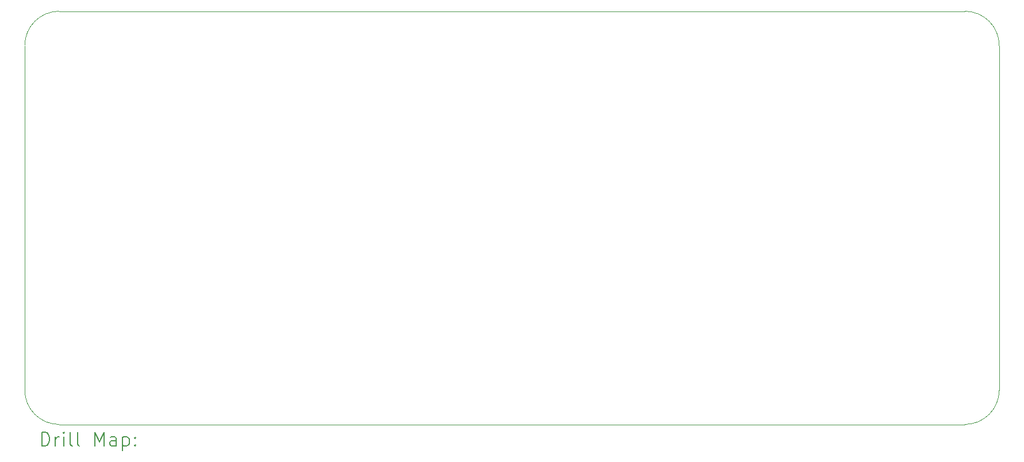
<source format=gbr>
%FSLAX45Y45*%
G04 Gerber Fmt 4.5, Leading zero omitted, Abs format (unit mm)*
G04 Created by KiCad (PCBNEW 6.0.5+dfsg-1~bpo11+1) date 2022-07-16 13:24:40*
%MOMM*%
%LPD*%
G01*
G04 APERTURE LIST*
%TA.AperFunction,Profile*%
%ADD10C,0.100000*%
%TD*%
%ADD11C,0.200000*%
G04 APERTURE END LIST*
D10*
X22326600Y-7645400D02*
G75*
G03*
X21818600Y-7137400I-508000J0D01*
G01*
X8483600Y-7137400D02*
G75*
G03*
X7975600Y-7645400I0J-508000D01*
G01*
X7975600Y-7645400D02*
X7975600Y-12725400D01*
X22326600Y-12725400D02*
X22326600Y-7645400D01*
X21818600Y-13233400D02*
G75*
G03*
X22326600Y-12725400I0J508000D01*
G01*
X7975600Y-12725400D02*
G75*
G03*
X8483600Y-13233400I508000J0D01*
G01*
X8483600Y-13233400D02*
X21818600Y-13233400D01*
X21818600Y-7137400D02*
X8483600Y-7137400D01*
D11*
X8228219Y-13548876D02*
X8228219Y-13348876D01*
X8275838Y-13348876D01*
X8304409Y-13358400D01*
X8323457Y-13377448D01*
X8332981Y-13396495D01*
X8342505Y-13434590D01*
X8342505Y-13463162D01*
X8332981Y-13501257D01*
X8323457Y-13520305D01*
X8304409Y-13539352D01*
X8275838Y-13548876D01*
X8228219Y-13548876D01*
X8428219Y-13548876D02*
X8428219Y-13415543D01*
X8428219Y-13453638D02*
X8437743Y-13434590D01*
X8447267Y-13425067D01*
X8466314Y-13415543D01*
X8485362Y-13415543D01*
X8552029Y-13548876D02*
X8552029Y-13415543D01*
X8552029Y-13348876D02*
X8542505Y-13358400D01*
X8552029Y-13367924D01*
X8561552Y-13358400D01*
X8552029Y-13348876D01*
X8552029Y-13367924D01*
X8675838Y-13548876D02*
X8656790Y-13539352D01*
X8647267Y-13520305D01*
X8647267Y-13348876D01*
X8780600Y-13548876D02*
X8761552Y-13539352D01*
X8752029Y-13520305D01*
X8752029Y-13348876D01*
X9009171Y-13548876D02*
X9009171Y-13348876D01*
X9075838Y-13491733D01*
X9142505Y-13348876D01*
X9142505Y-13548876D01*
X9323457Y-13548876D02*
X9323457Y-13444114D01*
X9313933Y-13425067D01*
X9294886Y-13415543D01*
X9256790Y-13415543D01*
X9237743Y-13425067D01*
X9323457Y-13539352D02*
X9304410Y-13548876D01*
X9256790Y-13548876D01*
X9237743Y-13539352D01*
X9228219Y-13520305D01*
X9228219Y-13501257D01*
X9237743Y-13482209D01*
X9256790Y-13472686D01*
X9304410Y-13472686D01*
X9323457Y-13463162D01*
X9418695Y-13415543D02*
X9418695Y-13615543D01*
X9418695Y-13425067D02*
X9437743Y-13415543D01*
X9475838Y-13415543D01*
X9494886Y-13425067D01*
X9504410Y-13434590D01*
X9513933Y-13453638D01*
X9513933Y-13510781D01*
X9504410Y-13529828D01*
X9494886Y-13539352D01*
X9475838Y-13548876D01*
X9437743Y-13548876D01*
X9418695Y-13539352D01*
X9599648Y-13529828D02*
X9609171Y-13539352D01*
X9599648Y-13548876D01*
X9590124Y-13539352D01*
X9599648Y-13529828D01*
X9599648Y-13548876D01*
X9599648Y-13425067D02*
X9609171Y-13434590D01*
X9599648Y-13444114D01*
X9590124Y-13434590D01*
X9599648Y-13425067D01*
X9599648Y-13444114D01*
M02*

</source>
